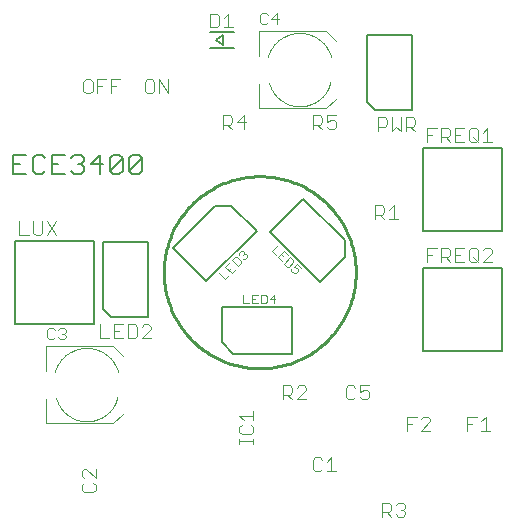
<source format=gto>
G75*
%MOIN*%
%OFA0B0*%
%FSLAX25Y25*%
%IPPOS*%
%LPD*%
%AMOC8*
5,1,8,0,0,1.08239X$1,22.5*
%
%ADD10C,0.00400*%
%ADD11C,0.01000*%
%ADD12C,0.00600*%
%ADD13C,0.00500*%
%ADD14C,0.00300*%
D10*
X0034335Y0021145D02*
X0035102Y0020378D01*
X0038171Y0020378D01*
X0038938Y0021145D01*
X0038938Y0022680D01*
X0038171Y0023447D01*
X0038938Y0024982D02*
X0035869Y0028051D01*
X0035102Y0028051D01*
X0034335Y0027284D01*
X0034335Y0025749D01*
X0035102Y0024982D01*
X0035102Y0023447D02*
X0034335Y0022680D01*
X0034335Y0021145D01*
X0038938Y0024982D02*
X0038938Y0028051D01*
X0044784Y0043382D02*
X0022343Y0043382D01*
X0022343Y0051453D01*
X0022343Y0060902D02*
X0022343Y0068973D01*
X0044784Y0068973D01*
X0047934Y0065823D01*
X0048096Y0071712D02*
X0045027Y0071712D01*
X0045027Y0076316D01*
X0048096Y0076316D01*
X0049631Y0076316D02*
X0051933Y0076316D01*
X0052700Y0075549D01*
X0052700Y0072480D01*
X0051933Y0071712D01*
X0049631Y0071712D01*
X0049631Y0076316D01*
X0046561Y0074014D02*
X0045027Y0074014D01*
X0043492Y0071712D02*
X0040423Y0071712D01*
X0040423Y0076316D01*
X0054234Y0075549D02*
X0055002Y0076316D01*
X0056536Y0076316D01*
X0057304Y0075549D01*
X0057304Y0074782D01*
X0054234Y0071712D01*
X0057304Y0071712D01*
X0046457Y0060311D02*
X0046385Y0060569D01*
X0046307Y0060825D01*
X0046222Y0061079D01*
X0046132Y0061331D01*
X0046035Y0061581D01*
X0045933Y0061828D01*
X0045824Y0062073D01*
X0045709Y0062315D01*
X0045589Y0062554D01*
X0045462Y0062790D01*
X0045330Y0063023D01*
X0045193Y0063252D01*
X0045049Y0063478D01*
X0044901Y0063701D01*
X0044747Y0063920D01*
X0044587Y0064135D01*
X0044423Y0064346D01*
X0044253Y0064553D01*
X0044078Y0064756D01*
X0043898Y0064954D01*
X0043714Y0065148D01*
X0043525Y0065338D01*
X0043331Y0065523D01*
X0043133Y0065703D01*
X0042930Y0065878D01*
X0042724Y0066048D01*
X0042513Y0066213D01*
X0042298Y0066373D01*
X0042080Y0066527D01*
X0041857Y0066677D01*
X0041631Y0066820D01*
X0041402Y0066958D01*
X0041169Y0067091D01*
X0040934Y0067218D01*
X0040695Y0067338D01*
X0040453Y0067454D01*
X0040209Y0067563D01*
X0039962Y0067666D01*
X0039712Y0067763D01*
X0039460Y0067854D01*
X0039206Y0067939D01*
X0038950Y0068017D01*
X0038693Y0068089D01*
X0038433Y0068155D01*
X0038172Y0068215D01*
X0037910Y0068268D01*
X0037646Y0068315D01*
X0037382Y0068355D01*
X0037116Y0068389D01*
X0036850Y0068416D01*
X0036583Y0068437D01*
X0036315Y0068452D01*
X0036048Y0068459D01*
X0035780Y0068461D01*
X0035512Y0068455D01*
X0035245Y0068444D01*
X0034978Y0068425D01*
X0034711Y0068400D01*
X0034446Y0068369D01*
X0034180Y0068331D01*
X0033916Y0068287D01*
X0033654Y0068236D01*
X0033392Y0068179D01*
X0033132Y0068115D01*
X0032874Y0068045D01*
X0032617Y0067969D01*
X0032362Y0067887D01*
X0032110Y0067798D01*
X0031859Y0067704D01*
X0031611Y0067603D01*
X0031366Y0067496D01*
X0031123Y0067383D01*
X0030883Y0067264D01*
X0030646Y0067140D01*
X0030412Y0067009D01*
X0030182Y0066873D01*
X0029954Y0066732D01*
X0029731Y0066585D01*
X0029511Y0066432D01*
X0029294Y0066275D01*
X0029082Y0066111D01*
X0028874Y0065943D01*
X0028670Y0065770D01*
X0028470Y0065592D01*
X0028274Y0065409D01*
X0028084Y0065221D01*
X0027897Y0065029D01*
X0027716Y0064832D01*
X0027539Y0064631D01*
X0027367Y0064425D01*
X0027201Y0064216D01*
X0027039Y0064002D01*
X0026883Y0063785D01*
X0026733Y0063564D01*
X0026587Y0063339D01*
X0026447Y0063111D01*
X0026313Y0062879D01*
X0026185Y0062644D01*
X0026062Y0062406D01*
X0025945Y0062165D01*
X0025834Y0061922D01*
X0025729Y0061675D01*
X0025630Y0061427D01*
X0025537Y0061175D01*
X0025451Y0060922D01*
X0025370Y0060667D01*
X0025296Y0060410D01*
X0025787Y0051650D02*
X0025861Y0051403D01*
X0025941Y0051158D01*
X0026027Y0050915D01*
X0026119Y0050674D01*
X0026217Y0050435D01*
X0026320Y0050199D01*
X0026429Y0049966D01*
X0026544Y0049735D01*
X0026664Y0049507D01*
X0026790Y0049282D01*
X0026922Y0049060D01*
X0027059Y0048842D01*
X0027201Y0048627D01*
X0027348Y0048415D01*
X0027500Y0048207D01*
X0027658Y0048003D01*
X0027820Y0047803D01*
X0027987Y0047607D01*
X0028159Y0047415D01*
X0028336Y0047227D01*
X0028517Y0047043D01*
X0028703Y0046865D01*
X0028893Y0046690D01*
X0029087Y0046521D01*
X0029285Y0046356D01*
X0029487Y0046196D01*
X0029693Y0046041D01*
X0029903Y0045891D01*
X0030116Y0045746D01*
X0030333Y0045607D01*
X0030553Y0045472D01*
X0030776Y0045344D01*
X0031003Y0045220D01*
X0031232Y0045103D01*
X0031464Y0044991D01*
X0031699Y0044884D01*
X0031937Y0044784D01*
X0032176Y0044689D01*
X0032418Y0044600D01*
X0032662Y0044517D01*
X0032909Y0044440D01*
X0033156Y0044369D01*
X0033406Y0044305D01*
X0033657Y0044246D01*
X0033909Y0044193D01*
X0034163Y0044147D01*
X0034418Y0044107D01*
X0034673Y0044073D01*
X0034929Y0044045D01*
X0035186Y0044024D01*
X0035444Y0044008D01*
X0035701Y0044000D01*
X0035959Y0043997D01*
X0036217Y0044001D01*
X0036474Y0044011D01*
X0036732Y0044027D01*
X0036988Y0044050D01*
X0037245Y0044079D01*
X0037500Y0044114D01*
X0037755Y0044155D01*
X0038008Y0044203D01*
X0038260Y0044256D01*
X0038511Y0044316D01*
X0038760Y0044382D01*
X0039008Y0044454D01*
X0039253Y0044532D01*
X0039497Y0044616D01*
X0039739Y0044706D01*
X0039978Y0044802D01*
X0040215Y0044904D01*
X0040449Y0045011D01*
X0040681Y0045124D01*
X0040910Y0045243D01*
X0041135Y0045367D01*
X0041358Y0045497D01*
X0041578Y0045632D01*
X0041794Y0045773D01*
X0042007Y0045918D01*
X0042216Y0046069D01*
X0042421Y0046225D01*
X0042622Y0046386D01*
X0042820Y0046552D01*
X0043013Y0046722D01*
X0043202Y0046898D01*
X0043387Y0047077D01*
X0043567Y0047262D01*
X0043743Y0047450D01*
X0043914Y0047643D01*
X0044080Y0047840D01*
X0044242Y0048041D01*
X0044398Y0048246D01*
X0044550Y0048454D01*
X0044696Y0048667D01*
X0044837Y0048882D01*
X0044973Y0049101D01*
X0045104Y0049324D01*
X0045229Y0049549D01*
X0045348Y0049778D01*
X0045462Y0050009D01*
X0045570Y0050243D01*
X0045672Y0050480D01*
X0045769Y0050719D01*
X0045859Y0050960D01*
X0045944Y0051204D01*
X0046023Y0051449D01*
X0046096Y0051696D01*
X0046162Y0051945D01*
X0047934Y0046532D02*
X0044784Y0043382D01*
X0086835Y0041972D02*
X0086835Y0040437D01*
X0087602Y0039670D01*
X0090671Y0039670D01*
X0091438Y0040437D01*
X0091438Y0041972D01*
X0090671Y0042739D01*
X0091438Y0044274D02*
X0091438Y0047343D01*
X0091438Y0045808D02*
X0086835Y0045808D01*
X0088369Y0044274D01*
X0087602Y0042739D02*
X0086835Y0041972D01*
X0086835Y0038135D02*
X0086835Y0036601D01*
X0086835Y0037368D02*
X0091438Y0037368D01*
X0091438Y0036601D02*
X0091438Y0038135D01*
X0101338Y0051378D02*
X0101338Y0055982D01*
X0103640Y0055982D01*
X0104408Y0055214D01*
X0104408Y0053680D01*
X0103640Y0052912D01*
X0101338Y0052912D01*
X0102873Y0052912D02*
X0104408Y0051378D01*
X0105942Y0051378D02*
X0109012Y0054447D01*
X0109012Y0055214D01*
X0108244Y0055982D01*
X0106710Y0055982D01*
X0105942Y0055214D01*
X0105942Y0051378D02*
X0109012Y0051378D01*
X0122338Y0052145D02*
X0123106Y0051378D01*
X0124640Y0051378D01*
X0125408Y0052145D01*
X0126942Y0052145D02*
X0127710Y0051378D01*
X0129244Y0051378D01*
X0130012Y0052145D01*
X0130012Y0053680D01*
X0129244Y0054447D01*
X0128477Y0054447D01*
X0126942Y0053680D01*
X0126942Y0055982D01*
X0130012Y0055982D01*
X0125408Y0055214D02*
X0124640Y0055982D01*
X0123106Y0055982D01*
X0122338Y0055214D01*
X0122338Y0052145D01*
X0117477Y0031982D02*
X0117477Y0027378D01*
X0115942Y0027378D02*
X0119012Y0027378D01*
X0115942Y0030447D02*
X0117477Y0031982D01*
X0114408Y0031214D02*
X0113640Y0031982D01*
X0112106Y0031982D01*
X0111338Y0031214D01*
X0111338Y0028145D01*
X0112106Y0027378D01*
X0113640Y0027378D01*
X0114408Y0028145D01*
X0134431Y0016782D02*
X0134431Y0012178D01*
X0134431Y0013712D02*
X0136733Y0013712D01*
X0137500Y0014480D01*
X0137500Y0016014D01*
X0136733Y0016782D01*
X0134431Y0016782D01*
X0135965Y0013712D02*
X0137500Y0012178D01*
X0139035Y0012945D02*
X0139802Y0012178D01*
X0141336Y0012178D01*
X0142104Y0012945D01*
X0142104Y0013712D01*
X0141336Y0014480D01*
X0140569Y0014480D01*
X0141336Y0014480D02*
X0142104Y0015247D01*
X0142104Y0016014D01*
X0141336Y0016782D01*
X0139802Y0016782D01*
X0139035Y0016014D01*
X0142838Y0040878D02*
X0142838Y0045482D01*
X0145908Y0045482D01*
X0147442Y0044714D02*
X0148210Y0045482D01*
X0149744Y0045482D01*
X0150512Y0044714D01*
X0150512Y0043947D01*
X0147442Y0040878D01*
X0150512Y0040878D01*
X0144373Y0043180D02*
X0142838Y0043180D01*
X0162838Y0043180D02*
X0164373Y0043180D01*
X0162838Y0045482D02*
X0165908Y0045482D01*
X0167442Y0043947D02*
X0168977Y0045482D01*
X0168977Y0040878D01*
X0167442Y0040878D02*
X0170512Y0040878D01*
X0162838Y0040878D02*
X0162838Y0045482D01*
X0161805Y0097126D02*
X0158735Y0097126D01*
X0158735Y0101730D01*
X0161805Y0101730D01*
X0163339Y0100962D02*
X0164107Y0101730D01*
X0165641Y0101730D01*
X0166408Y0100962D01*
X0166408Y0097893D01*
X0165641Y0097126D01*
X0164107Y0097126D01*
X0163339Y0097893D01*
X0163339Y0100962D01*
X0164874Y0098660D02*
X0166408Y0097126D01*
X0167943Y0097126D02*
X0171012Y0100195D01*
X0171012Y0100962D01*
X0170245Y0101730D01*
X0168710Y0101730D01*
X0167943Y0100962D01*
X0167943Y0097126D02*
X0171012Y0097126D01*
X0160270Y0099428D02*
X0158735Y0099428D01*
X0157201Y0099428D02*
X0156433Y0098660D01*
X0154131Y0098660D01*
X0154131Y0097126D02*
X0154131Y0101730D01*
X0156433Y0101730D01*
X0157201Y0100962D01*
X0157201Y0099428D01*
X0155666Y0098660D02*
X0157201Y0097126D01*
X0152597Y0101730D02*
X0149527Y0101730D01*
X0149527Y0097126D01*
X0149527Y0099428D02*
X0151062Y0099428D01*
X0139804Y0111378D02*
X0136735Y0111378D01*
X0138269Y0111378D02*
X0138269Y0115982D01*
X0136735Y0114447D01*
X0135200Y0115214D02*
X0135200Y0113680D01*
X0134433Y0112912D01*
X0132131Y0112912D01*
X0133665Y0112912D02*
X0135200Y0111378D01*
X0132131Y0111378D02*
X0132131Y0115982D01*
X0134433Y0115982D01*
X0135200Y0115214D01*
X0149527Y0137126D02*
X0149527Y0141730D01*
X0152597Y0141730D01*
X0154131Y0141730D02*
X0156433Y0141730D01*
X0157201Y0140962D01*
X0157201Y0139428D01*
X0156433Y0138660D01*
X0154131Y0138660D01*
X0154131Y0137126D02*
X0154131Y0141730D01*
X0155666Y0138660D02*
X0157201Y0137126D01*
X0158735Y0137126D02*
X0161805Y0137126D01*
X0163339Y0137893D02*
X0164107Y0137126D01*
X0165641Y0137126D01*
X0166408Y0137893D01*
X0166408Y0140962D01*
X0165641Y0141730D01*
X0164107Y0141730D01*
X0163339Y0140962D01*
X0163339Y0137893D01*
X0164874Y0138660D02*
X0166408Y0137126D01*
X0167943Y0137126D02*
X0171012Y0137126D01*
X0169478Y0137126D02*
X0169478Y0141730D01*
X0167943Y0140195D01*
X0161805Y0141730D02*
X0158735Y0141730D01*
X0158735Y0137126D01*
X0158735Y0139428D02*
X0160270Y0139428D01*
X0151062Y0139428D02*
X0149527Y0139428D01*
X0145327Y0140712D02*
X0143793Y0142247D01*
X0144560Y0142247D02*
X0145327Y0143014D01*
X0145327Y0144549D01*
X0144560Y0145316D01*
X0142258Y0145316D01*
X0142258Y0140712D01*
X0140723Y0140712D02*
X0140723Y0145316D01*
X0137654Y0145316D02*
X0137654Y0140712D01*
X0139189Y0142247D01*
X0140723Y0140712D01*
X0142258Y0142247D02*
X0144560Y0142247D01*
X0136120Y0143014D02*
X0135352Y0142247D01*
X0133050Y0142247D01*
X0133050Y0140712D02*
X0133050Y0145316D01*
X0135352Y0145316D01*
X0136120Y0144549D01*
X0136120Y0143014D01*
X0119012Y0143680D02*
X0119012Y0142145D01*
X0118244Y0141378D01*
X0116710Y0141378D01*
X0115942Y0142145D01*
X0115942Y0143680D02*
X0117477Y0144447D01*
X0118244Y0144447D01*
X0119012Y0143680D01*
X0119012Y0145982D02*
X0115942Y0145982D01*
X0115942Y0143680D01*
X0114408Y0143680D02*
X0113640Y0142912D01*
X0111338Y0142912D01*
X0111338Y0141378D02*
X0111338Y0145982D01*
X0113640Y0145982D01*
X0114408Y0145214D01*
X0114408Y0143680D01*
X0112873Y0142912D02*
X0114408Y0141378D01*
X0115784Y0148382D02*
X0093343Y0148382D01*
X0093343Y0156453D01*
X0093343Y0165902D02*
X0093343Y0173973D01*
X0115784Y0173973D01*
X0118934Y0170823D01*
X0117457Y0165311D02*
X0117385Y0165569D01*
X0117307Y0165825D01*
X0117222Y0166079D01*
X0117132Y0166331D01*
X0117035Y0166581D01*
X0116933Y0166828D01*
X0116824Y0167073D01*
X0116709Y0167315D01*
X0116589Y0167554D01*
X0116462Y0167790D01*
X0116330Y0168023D01*
X0116193Y0168252D01*
X0116049Y0168478D01*
X0115901Y0168701D01*
X0115747Y0168920D01*
X0115587Y0169135D01*
X0115423Y0169346D01*
X0115253Y0169553D01*
X0115078Y0169756D01*
X0114898Y0169954D01*
X0114714Y0170148D01*
X0114525Y0170338D01*
X0114331Y0170523D01*
X0114133Y0170703D01*
X0113930Y0170878D01*
X0113724Y0171048D01*
X0113513Y0171213D01*
X0113298Y0171373D01*
X0113080Y0171527D01*
X0112857Y0171677D01*
X0112631Y0171820D01*
X0112402Y0171958D01*
X0112169Y0172091D01*
X0111934Y0172218D01*
X0111695Y0172338D01*
X0111453Y0172454D01*
X0111209Y0172563D01*
X0110962Y0172666D01*
X0110712Y0172763D01*
X0110460Y0172854D01*
X0110206Y0172939D01*
X0109950Y0173017D01*
X0109693Y0173089D01*
X0109433Y0173155D01*
X0109172Y0173215D01*
X0108910Y0173268D01*
X0108646Y0173315D01*
X0108382Y0173355D01*
X0108116Y0173389D01*
X0107850Y0173416D01*
X0107583Y0173437D01*
X0107315Y0173452D01*
X0107048Y0173459D01*
X0106780Y0173461D01*
X0106512Y0173455D01*
X0106245Y0173444D01*
X0105978Y0173425D01*
X0105711Y0173400D01*
X0105446Y0173369D01*
X0105180Y0173331D01*
X0104916Y0173287D01*
X0104654Y0173236D01*
X0104392Y0173179D01*
X0104132Y0173115D01*
X0103874Y0173045D01*
X0103617Y0172969D01*
X0103362Y0172887D01*
X0103110Y0172798D01*
X0102859Y0172704D01*
X0102611Y0172603D01*
X0102366Y0172496D01*
X0102123Y0172383D01*
X0101883Y0172264D01*
X0101646Y0172140D01*
X0101412Y0172009D01*
X0101182Y0171873D01*
X0100954Y0171732D01*
X0100731Y0171585D01*
X0100511Y0171432D01*
X0100294Y0171275D01*
X0100082Y0171111D01*
X0099874Y0170943D01*
X0099670Y0170770D01*
X0099470Y0170592D01*
X0099274Y0170409D01*
X0099084Y0170221D01*
X0098897Y0170029D01*
X0098716Y0169832D01*
X0098539Y0169631D01*
X0098367Y0169425D01*
X0098201Y0169216D01*
X0098039Y0169002D01*
X0097883Y0168785D01*
X0097733Y0168564D01*
X0097587Y0168339D01*
X0097447Y0168111D01*
X0097313Y0167879D01*
X0097185Y0167644D01*
X0097062Y0167406D01*
X0096945Y0167165D01*
X0096834Y0166922D01*
X0096729Y0166675D01*
X0096630Y0166427D01*
X0096537Y0166175D01*
X0096451Y0165922D01*
X0096370Y0165667D01*
X0096296Y0165410D01*
X0096787Y0156650D02*
X0096861Y0156403D01*
X0096941Y0156158D01*
X0097027Y0155915D01*
X0097119Y0155674D01*
X0097217Y0155435D01*
X0097320Y0155199D01*
X0097429Y0154966D01*
X0097544Y0154735D01*
X0097664Y0154507D01*
X0097790Y0154282D01*
X0097922Y0154060D01*
X0098059Y0153842D01*
X0098201Y0153627D01*
X0098348Y0153415D01*
X0098500Y0153207D01*
X0098658Y0153003D01*
X0098820Y0152803D01*
X0098987Y0152607D01*
X0099159Y0152415D01*
X0099336Y0152227D01*
X0099517Y0152043D01*
X0099703Y0151865D01*
X0099893Y0151690D01*
X0100087Y0151521D01*
X0100285Y0151356D01*
X0100487Y0151196D01*
X0100693Y0151041D01*
X0100903Y0150891D01*
X0101116Y0150746D01*
X0101333Y0150607D01*
X0101553Y0150472D01*
X0101776Y0150344D01*
X0102003Y0150220D01*
X0102232Y0150103D01*
X0102464Y0149991D01*
X0102699Y0149884D01*
X0102937Y0149784D01*
X0103176Y0149689D01*
X0103418Y0149600D01*
X0103662Y0149517D01*
X0103909Y0149440D01*
X0104156Y0149369D01*
X0104406Y0149305D01*
X0104657Y0149246D01*
X0104909Y0149193D01*
X0105163Y0149147D01*
X0105418Y0149107D01*
X0105673Y0149073D01*
X0105929Y0149045D01*
X0106186Y0149024D01*
X0106444Y0149008D01*
X0106701Y0149000D01*
X0106959Y0148997D01*
X0107217Y0149001D01*
X0107474Y0149011D01*
X0107732Y0149027D01*
X0107988Y0149050D01*
X0108245Y0149079D01*
X0108500Y0149114D01*
X0108755Y0149155D01*
X0109008Y0149203D01*
X0109260Y0149256D01*
X0109511Y0149316D01*
X0109760Y0149382D01*
X0110008Y0149454D01*
X0110253Y0149532D01*
X0110497Y0149616D01*
X0110739Y0149706D01*
X0110978Y0149802D01*
X0111215Y0149904D01*
X0111449Y0150011D01*
X0111681Y0150124D01*
X0111910Y0150243D01*
X0112135Y0150367D01*
X0112358Y0150497D01*
X0112578Y0150632D01*
X0112794Y0150773D01*
X0113007Y0150918D01*
X0113216Y0151069D01*
X0113421Y0151225D01*
X0113622Y0151386D01*
X0113820Y0151552D01*
X0114013Y0151722D01*
X0114202Y0151898D01*
X0114387Y0152077D01*
X0114567Y0152262D01*
X0114743Y0152450D01*
X0114914Y0152643D01*
X0115080Y0152840D01*
X0115242Y0153041D01*
X0115398Y0153246D01*
X0115550Y0153454D01*
X0115696Y0153667D01*
X0115837Y0153882D01*
X0115973Y0154101D01*
X0116104Y0154324D01*
X0116229Y0154549D01*
X0116348Y0154778D01*
X0116462Y0155009D01*
X0116570Y0155243D01*
X0116672Y0155480D01*
X0116769Y0155719D01*
X0116859Y0155960D01*
X0116944Y0156204D01*
X0117023Y0156449D01*
X0117096Y0156696D01*
X0117162Y0156945D01*
X0118934Y0151532D02*
X0115784Y0148382D01*
X0089012Y0143680D02*
X0085942Y0143680D01*
X0088244Y0145982D01*
X0088244Y0141378D01*
X0084408Y0141378D02*
X0082873Y0142912D01*
X0083640Y0142912D02*
X0081338Y0142912D01*
X0081338Y0141378D02*
X0081338Y0145982D01*
X0083640Y0145982D01*
X0084408Y0145214D01*
X0084408Y0143680D01*
X0083640Y0142912D01*
X0063012Y0153378D02*
X0063012Y0157982D01*
X0059942Y0157982D02*
X0063012Y0153378D01*
X0059942Y0153378D02*
X0059942Y0157982D01*
X0058408Y0157214D02*
X0057640Y0157982D01*
X0056106Y0157982D01*
X0055338Y0157214D01*
X0055338Y0154145D01*
X0056106Y0153378D01*
X0057640Y0153378D01*
X0058408Y0154145D01*
X0058408Y0157214D01*
X0047116Y0157982D02*
X0044046Y0157982D01*
X0044046Y0153378D01*
X0044046Y0155680D02*
X0045581Y0155680D01*
X0042512Y0157982D02*
X0039442Y0157982D01*
X0039442Y0153378D01*
X0037908Y0154145D02*
X0037908Y0157214D01*
X0037140Y0157982D01*
X0035606Y0157982D01*
X0034838Y0157214D01*
X0034838Y0154145D01*
X0035606Y0153378D01*
X0037140Y0153378D01*
X0037908Y0154145D01*
X0039442Y0155680D02*
X0040977Y0155680D01*
X0077008Y0175315D02*
X0079310Y0175315D01*
X0080077Y0176082D01*
X0080077Y0179151D01*
X0079310Y0179919D01*
X0077008Y0179919D01*
X0077008Y0175315D01*
X0081612Y0175315D02*
X0084681Y0175315D01*
X0083146Y0175315D02*
X0083146Y0179919D01*
X0081612Y0178384D01*
X0025805Y0110730D02*
X0022735Y0106126D01*
X0021201Y0106893D02*
X0021201Y0110730D01*
X0022735Y0110730D02*
X0025805Y0106126D01*
X0021201Y0106893D02*
X0020433Y0106126D01*
X0018899Y0106126D01*
X0018131Y0106893D01*
X0018131Y0110730D01*
X0013527Y0110730D02*
X0013527Y0106126D01*
X0016597Y0106126D01*
D11*
X0093638Y0125678D02*
X0092859Y0125669D01*
X0092080Y0125640D01*
X0091302Y0125593D01*
X0090526Y0125526D01*
X0089751Y0125441D01*
X0088979Y0125337D01*
X0088209Y0125214D01*
X0087443Y0125073D01*
X0086680Y0124912D01*
X0085922Y0124734D01*
X0085168Y0124537D01*
X0084419Y0124321D01*
X0083675Y0124088D01*
X0082938Y0123836D01*
X0082207Y0123567D01*
X0081482Y0123279D01*
X0080765Y0122975D01*
X0080055Y0122652D01*
X0079354Y0122313D01*
X0078661Y0121957D01*
X0077977Y0121584D01*
X0077302Y0121194D01*
X0076637Y0120788D01*
X0075981Y0120366D01*
X0075337Y0119928D01*
X0074703Y0119475D01*
X0074080Y0119006D01*
X0073469Y0118522D01*
X0072870Y0118024D01*
X0072284Y0117511D01*
X0071710Y0116984D01*
X0071149Y0116443D01*
X0070601Y0115888D01*
X0070067Y0115321D01*
X0069547Y0114740D01*
X0069041Y0114148D01*
X0068550Y0113543D01*
X0068074Y0112926D01*
X0067613Y0112297D01*
X0067167Y0111658D01*
X0066737Y0111008D01*
X0066323Y0110348D01*
X0065925Y0109678D01*
X0065544Y0108998D01*
X0065179Y0108310D01*
X0064831Y0107612D01*
X0064500Y0106907D01*
X0064187Y0106193D01*
X0063891Y0105472D01*
X0063613Y0104745D01*
X0063352Y0104010D01*
X0063109Y0103270D01*
X0062885Y0102523D01*
X0062679Y0101772D01*
X0062491Y0101016D01*
X0062321Y0100255D01*
X0062170Y0099490D01*
X0062038Y0098722D01*
X0061925Y0097951D01*
X0061830Y0097178D01*
X0061754Y0096402D01*
X0061697Y0095625D01*
X0061659Y0094847D01*
X0061640Y0094068D01*
X0061640Y0093288D01*
X0061659Y0092509D01*
X0061697Y0091731D01*
X0061754Y0090954D01*
X0061830Y0090178D01*
X0061925Y0089405D01*
X0062038Y0088634D01*
X0062170Y0087866D01*
X0062321Y0087101D01*
X0062491Y0086340D01*
X0062679Y0085584D01*
X0062885Y0084833D01*
X0063109Y0084086D01*
X0063352Y0083346D01*
X0063613Y0082611D01*
X0063891Y0081884D01*
X0064187Y0081163D01*
X0064500Y0080449D01*
X0064831Y0079744D01*
X0065179Y0079046D01*
X0065544Y0078358D01*
X0065925Y0077678D01*
X0066323Y0077008D01*
X0066737Y0076348D01*
X0067167Y0075698D01*
X0067613Y0075059D01*
X0068074Y0074430D01*
X0068550Y0073813D01*
X0069041Y0073208D01*
X0069547Y0072616D01*
X0070067Y0072035D01*
X0070601Y0071468D01*
X0071149Y0070913D01*
X0071710Y0070372D01*
X0072284Y0069845D01*
X0072870Y0069332D01*
X0073469Y0068834D01*
X0074080Y0068350D01*
X0074703Y0067881D01*
X0075337Y0067428D01*
X0075981Y0066990D01*
X0076637Y0066568D01*
X0077302Y0066162D01*
X0077977Y0065772D01*
X0078661Y0065399D01*
X0079354Y0065043D01*
X0080055Y0064704D01*
X0080765Y0064381D01*
X0081482Y0064077D01*
X0082207Y0063789D01*
X0082938Y0063520D01*
X0083675Y0063268D01*
X0084419Y0063035D01*
X0085168Y0062819D01*
X0085922Y0062622D01*
X0086680Y0062444D01*
X0087443Y0062283D01*
X0088209Y0062142D01*
X0088979Y0062019D01*
X0089751Y0061915D01*
X0090526Y0061830D01*
X0091302Y0061763D01*
X0092080Y0061716D01*
X0092859Y0061687D01*
X0093638Y0061678D01*
X0094417Y0061687D01*
X0095196Y0061716D01*
X0095974Y0061763D01*
X0096750Y0061830D01*
X0097525Y0061915D01*
X0098297Y0062019D01*
X0099067Y0062142D01*
X0099833Y0062283D01*
X0100596Y0062444D01*
X0101354Y0062622D01*
X0102108Y0062819D01*
X0102857Y0063035D01*
X0103601Y0063268D01*
X0104338Y0063520D01*
X0105069Y0063789D01*
X0105794Y0064077D01*
X0106511Y0064381D01*
X0107221Y0064704D01*
X0107922Y0065043D01*
X0108615Y0065399D01*
X0109299Y0065772D01*
X0109974Y0066162D01*
X0110639Y0066568D01*
X0111295Y0066990D01*
X0111939Y0067428D01*
X0112573Y0067881D01*
X0113196Y0068350D01*
X0113807Y0068834D01*
X0114406Y0069332D01*
X0114992Y0069845D01*
X0115566Y0070372D01*
X0116127Y0070913D01*
X0116675Y0071468D01*
X0117209Y0072035D01*
X0117729Y0072616D01*
X0118235Y0073208D01*
X0118726Y0073813D01*
X0119202Y0074430D01*
X0119663Y0075059D01*
X0120109Y0075698D01*
X0120539Y0076348D01*
X0120953Y0077008D01*
X0121351Y0077678D01*
X0121732Y0078358D01*
X0122097Y0079046D01*
X0122445Y0079744D01*
X0122776Y0080449D01*
X0123089Y0081163D01*
X0123385Y0081884D01*
X0123663Y0082611D01*
X0123924Y0083346D01*
X0124167Y0084086D01*
X0124391Y0084833D01*
X0124597Y0085584D01*
X0124785Y0086340D01*
X0124955Y0087101D01*
X0125106Y0087866D01*
X0125238Y0088634D01*
X0125351Y0089405D01*
X0125446Y0090178D01*
X0125522Y0090954D01*
X0125579Y0091731D01*
X0125617Y0092509D01*
X0125636Y0093288D01*
X0125636Y0094068D01*
X0125617Y0094847D01*
X0125579Y0095625D01*
X0125522Y0096402D01*
X0125446Y0097178D01*
X0125351Y0097951D01*
X0125238Y0098722D01*
X0125106Y0099490D01*
X0124955Y0100255D01*
X0124785Y0101016D01*
X0124597Y0101772D01*
X0124391Y0102523D01*
X0124167Y0103270D01*
X0123924Y0104010D01*
X0123663Y0104745D01*
X0123385Y0105472D01*
X0123089Y0106193D01*
X0122776Y0106907D01*
X0122445Y0107612D01*
X0122097Y0108310D01*
X0121732Y0108998D01*
X0121351Y0109678D01*
X0120953Y0110348D01*
X0120539Y0111008D01*
X0120109Y0111658D01*
X0119663Y0112297D01*
X0119202Y0112926D01*
X0118726Y0113543D01*
X0118235Y0114148D01*
X0117729Y0114740D01*
X0117209Y0115321D01*
X0116675Y0115888D01*
X0116127Y0116443D01*
X0115566Y0116984D01*
X0114992Y0117511D01*
X0114406Y0118024D01*
X0113807Y0118522D01*
X0113196Y0119006D01*
X0112573Y0119475D01*
X0111939Y0119928D01*
X0111295Y0120366D01*
X0110639Y0120788D01*
X0109974Y0121194D01*
X0109299Y0121584D01*
X0108615Y0121957D01*
X0107922Y0122313D01*
X0107221Y0122652D01*
X0106511Y0122975D01*
X0105794Y0123279D01*
X0105069Y0123567D01*
X0104338Y0123836D01*
X0103601Y0124088D01*
X0102857Y0124321D01*
X0102108Y0124537D01*
X0101354Y0124734D01*
X0100596Y0124912D01*
X0099833Y0125073D01*
X0099067Y0125214D01*
X0098297Y0125337D01*
X0097525Y0125441D01*
X0096750Y0125526D01*
X0095974Y0125593D01*
X0095196Y0125640D01*
X0094417Y0125669D01*
X0093638Y0125678D01*
D12*
X0054382Y0127545D02*
X0053314Y0126478D01*
X0051179Y0126478D01*
X0050111Y0127545D01*
X0054382Y0131816D01*
X0054382Y0127545D01*
X0054382Y0131816D02*
X0053314Y0132883D01*
X0051179Y0132883D01*
X0050111Y0131816D01*
X0050111Y0127545D01*
X0047936Y0127545D02*
X0046869Y0126478D01*
X0044734Y0126478D01*
X0043666Y0127545D01*
X0047936Y0131816D01*
X0047936Y0127545D01*
X0043666Y0127545D02*
X0043666Y0131816D01*
X0044734Y0132883D01*
X0046869Y0132883D01*
X0047936Y0131816D01*
X0041491Y0129680D02*
X0037220Y0129680D01*
X0040423Y0132883D01*
X0040423Y0126478D01*
X0035045Y0127545D02*
X0033978Y0126478D01*
X0031843Y0126478D01*
X0030775Y0127545D01*
X0028600Y0126478D02*
X0024329Y0126478D01*
X0024329Y0132883D01*
X0028600Y0132883D01*
X0030775Y0131816D02*
X0031843Y0132883D01*
X0033978Y0132883D01*
X0035045Y0131816D01*
X0035045Y0130748D01*
X0033978Y0129680D01*
X0035045Y0128613D01*
X0035045Y0127545D01*
X0033978Y0129680D02*
X0032910Y0129680D01*
X0026465Y0129680D02*
X0024329Y0129680D01*
X0022154Y0127545D02*
X0021087Y0126478D01*
X0018952Y0126478D01*
X0017884Y0127545D01*
X0017884Y0131816D01*
X0018952Y0132883D01*
X0021087Y0132883D01*
X0022154Y0131816D01*
X0015709Y0132883D02*
X0011438Y0132883D01*
X0011438Y0126478D01*
X0015709Y0126478D01*
X0013574Y0129680D02*
X0011438Y0129680D01*
X0077201Y0168422D02*
X0085075Y0168422D01*
X0081532Y0169603D02*
X0079170Y0171178D01*
X0081532Y0172752D01*
X0081532Y0169603D01*
X0085075Y0173934D02*
X0077201Y0173934D01*
D13*
X0129524Y0172713D02*
X0129524Y0150469D01*
X0132162Y0147831D01*
X0144406Y0147831D01*
X0144406Y0170075D01*
X0144406Y0172713D01*
X0129524Y0172713D01*
X0148028Y0135115D02*
X0147989Y0107280D01*
X0174249Y0107280D01*
X0174249Y0134682D01*
X0174327Y0135075D02*
X0147949Y0135075D01*
X0147949Y0107280D02*
X0147989Y0107280D01*
X0148028Y0095115D02*
X0147989Y0067280D01*
X0174249Y0067280D01*
X0174249Y0094682D01*
X0174327Y0095075D02*
X0147949Y0095075D01*
X0121981Y0098731D02*
X0113629Y0090380D01*
X0096926Y0107083D01*
X0108062Y0118218D01*
X0121981Y0104299D01*
X0121981Y0098731D01*
X0104535Y0082259D02*
X0104535Y0066511D01*
X0084850Y0066511D01*
X0080913Y0070448D01*
X0080913Y0082259D01*
X0104535Y0082259D01*
X0092558Y0107462D02*
X0075855Y0090758D01*
X0064719Y0101894D01*
X0078638Y0115813D01*
X0084206Y0115813D01*
X0092558Y0107462D01*
X0056383Y0103713D02*
X0056383Y0101075D01*
X0056383Y0078831D01*
X0044138Y0078831D01*
X0041501Y0081469D01*
X0041501Y0103713D01*
X0056383Y0103713D01*
X0038327Y0104075D02*
X0011949Y0104075D01*
X0012028Y0104115D02*
X0011989Y0076280D01*
X0038249Y0076280D01*
X0038249Y0103682D01*
X0038249Y0076280D02*
X0038327Y0076280D01*
X0011989Y0076280D02*
X0011949Y0076280D01*
X0147949Y0067280D02*
X0147989Y0067280D01*
X0174249Y0067280D02*
X0174327Y0067280D01*
X0174249Y0107280D02*
X0174327Y0107280D01*
D14*
X0107294Y0095197D02*
X0105926Y0096565D01*
X0104899Y0095539D01*
X0105925Y0095197D01*
X0106268Y0094855D01*
X0106268Y0094171D01*
X0105583Y0093487D01*
X0104899Y0093487D01*
X0104215Y0094171D01*
X0104215Y0094855D01*
X0103500Y0095570D02*
X0102816Y0095570D01*
X0101790Y0096596D01*
X0103842Y0098649D01*
X0104868Y0097623D01*
X0104868Y0096938D01*
X0103500Y0095570D01*
X0101416Y0099022D02*
X0100732Y0099706D01*
X0099706Y0098680D02*
X0101074Y0097312D01*
X0099706Y0098680D02*
X0101759Y0100732D01*
X0103127Y0099364D01*
X0099675Y0102816D02*
X0097623Y0100763D01*
X0098991Y0099395D01*
X0089451Y0099416D02*
X0089451Y0098731D01*
X0088767Y0098047D01*
X0088082Y0098047D01*
X0087367Y0097332D02*
X0085999Y0098700D01*
X0085315Y0098700D01*
X0084289Y0097674D01*
X0086341Y0095622D01*
X0087367Y0096648D01*
X0087367Y0097332D01*
X0085626Y0094906D02*
X0084257Y0093538D01*
X0082205Y0095591D01*
X0083573Y0096959D01*
X0083915Y0095249D02*
X0083231Y0094564D01*
X0083542Y0092823D02*
X0082174Y0091455D01*
X0080122Y0093507D01*
X0086714Y0099416D02*
X0086714Y0100100D01*
X0087398Y0100784D01*
X0088082Y0100784D01*
X0088424Y0100442D01*
X0088424Y0099758D01*
X0089109Y0099758D01*
X0089451Y0099416D01*
X0088424Y0099758D02*
X0088082Y0099416D01*
X0088088Y0086237D02*
X0088088Y0083335D01*
X0090023Y0083335D01*
X0091035Y0083335D02*
X0092970Y0083335D01*
X0093981Y0083335D02*
X0095432Y0083335D01*
X0095916Y0083818D01*
X0095916Y0085753D01*
X0095432Y0086237D01*
X0093981Y0086237D01*
X0093981Y0083335D01*
X0092002Y0084786D02*
X0091035Y0084786D01*
X0091035Y0086237D02*
X0091035Y0083335D01*
X0091035Y0086237D02*
X0092970Y0086237D01*
X0096928Y0084786D02*
X0098863Y0084786D01*
X0098379Y0083335D02*
X0098379Y0086237D01*
X0096928Y0084786D01*
X0028940Y0074414D02*
X0028940Y0073796D01*
X0028323Y0073179D01*
X0028940Y0072562D01*
X0028940Y0071945D01*
X0028323Y0071328D01*
X0027089Y0071328D01*
X0026472Y0071945D01*
X0025257Y0071945D02*
X0024640Y0071328D01*
X0023406Y0071328D01*
X0022788Y0071945D01*
X0022788Y0074414D01*
X0023406Y0075031D01*
X0024640Y0075031D01*
X0025257Y0074414D01*
X0026472Y0074414D02*
X0027089Y0075031D01*
X0028323Y0075031D01*
X0028940Y0074414D01*
X0028323Y0073179D02*
X0027706Y0073179D01*
X0094406Y0176328D02*
X0095640Y0176328D01*
X0096257Y0176945D01*
X0097472Y0178179D02*
X0099940Y0178179D01*
X0099323Y0176328D02*
X0099323Y0180031D01*
X0097472Y0178179D01*
X0096257Y0179414D02*
X0095640Y0180031D01*
X0094406Y0180031D01*
X0093788Y0179414D01*
X0093788Y0176945D01*
X0094406Y0176328D01*
M02*

</source>
